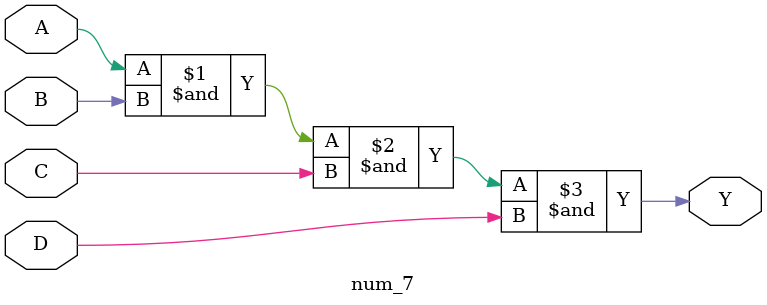
<source format=v>

`timescale 1ns/1ns

module num_7(input A, input B, input C, input D, output Y);

assign Y = A&B&C&D;

endmodule
</source>
